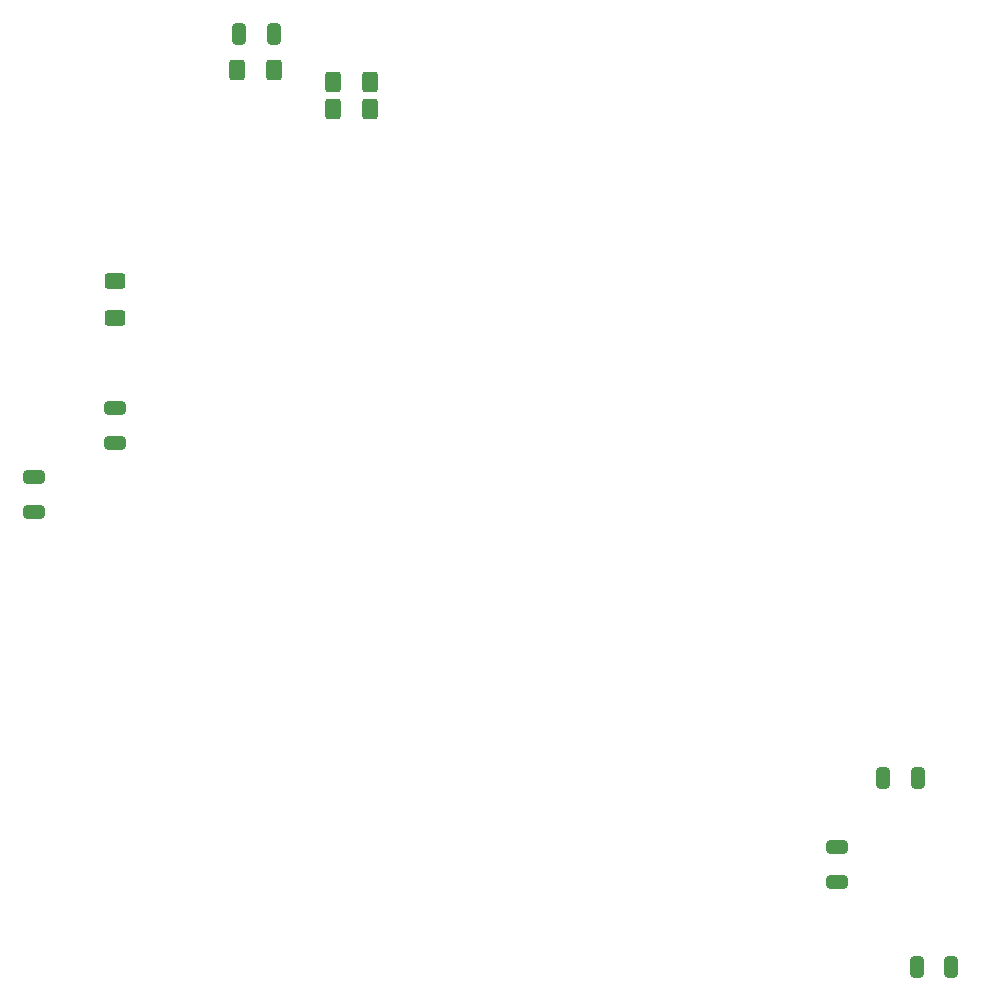
<source format=gbr>
%TF.GenerationSoftware,KiCad,Pcbnew,7.0.5-7.0.5~ubuntu20.04.1*%
%TF.CreationDate,2023-07-18T19:18:07+02:00*%
%TF.ProjectId,UC2_synertek_KTM2,5543325f-7379-46e6-9572-74656b5f4b54,rev?*%
%TF.SameCoordinates,Original*%
%TF.FileFunction,Paste,Bot*%
%TF.FilePolarity,Positive*%
%FSLAX46Y46*%
G04 Gerber Fmt 4.6, Leading zero omitted, Abs format (unit mm)*
G04 Created by KiCad (PCBNEW 7.0.5-7.0.5~ubuntu20.04.1) date 2023-07-18 19:18:07*
%MOMM*%
%LPD*%
G01*
G04 APERTURE LIST*
G04 Aperture macros list*
%AMRoundRect*
0 Rectangle with rounded corners*
0 $1 Rounding radius*
0 $2 $3 $4 $5 $6 $7 $8 $9 X,Y pos of 4 corners*
0 Add a 4 corners polygon primitive as box body*
4,1,4,$2,$3,$4,$5,$6,$7,$8,$9,$2,$3,0*
0 Add four circle primitives for the rounded corners*
1,1,$1+$1,$2,$3*
1,1,$1+$1,$4,$5*
1,1,$1+$1,$6,$7*
1,1,$1+$1,$8,$9*
0 Add four rect primitives between the rounded corners*
20,1,$1+$1,$2,$3,$4,$5,0*
20,1,$1+$1,$4,$5,$6,$7,0*
20,1,$1+$1,$6,$7,$8,$9,0*
20,1,$1+$1,$8,$9,$2,$3,0*%
G04 Aperture macros list end*
%ADD10RoundRect,0.250000X-0.650000X0.325000X-0.650000X-0.325000X0.650000X-0.325000X0.650000X0.325000X0*%
%ADD11RoundRect,0.250000X-0.400000X-0.625000X0.400000X-0.625000X0.400000X0.625000X-0.400000X0.625000X0*%
%ADD12RoundRect,0.250000X-0.625000X0.400000X-0.625000X-0.400000X0.625000X-0.400000X0.625000X0.400000X0*%
%ADD13RoundRect,0.250000X-0.325000X-0.650000X0.325000X-0.650000X0.325000X0.650000X-0.325000X0.650000X0*%
%ADD14RoundRect,0.250000X0.650000X-0.325000X0.650000X0.325000X-0.650000X0.325000X-0.650000X-0.325000X0*%
G04 APERTURE END LIST*
D10*
%TO.C,C11*%
X106680000Y-85598000D03*
X106680000Y-88548000D03*
%TD*%
D11*
%TO.C,R19*%
X132034400Y-52171600D03*
X135134400Y-52171600D03*
%TD*%
D12*
%TO.C,R3*%
X113553000Y-69041000D03*
X113553000Y-72141000D03*
%TD*%
D13*
%TO.C,C2*%
X124056400Y-48107600D03*
X127006400Y-48107600D03*
%TD*%
%TO.C,C7*%
X178533000Y-111135805D03*
X181483000Y-111135805D03*
%TD*%
D14*
%TO.C,C3*%
X113538000Y-82706000D03*
X113538000Y-79756000D03*
%TD*%
D13*
%TO.C,C8*%
X181405000Y-127137805D03*
X184355000Y-127137805D03*
%TD*%
D11*
%TO.C,R18*%
X132034400Y-54457600D03*
X135134400Y-54457600D03*
%TD*%
D10*
%TO.C,C9*%
X174625000Y-116977805D03*
X174625000Y-119927805D03*
%TD*%
D11*
%TO.C,R2*%
X123906400Y-51155600D03*
X127006400Y-51155600D03*
%TD*%
M02*

</source>
